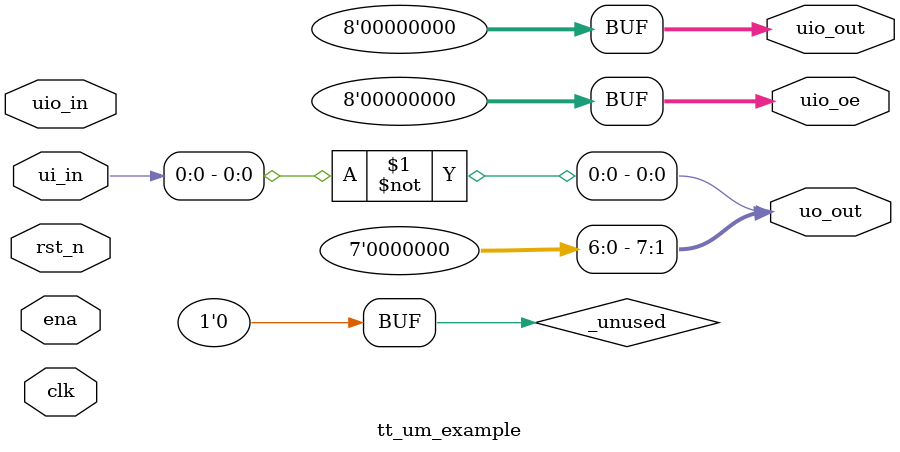
<source format=v>
/*
 * Copyright (c) 2024 Your Name
 * SPDX-License-Identifier: Apache-2.0
 */

`default_nettype none

module tt_um_example (
    input  wire [7:0] ui_in,    // Dedicated inputs
    output wire [7:0] uo_out,   // Dedicated outputs
    input  wire [7:0] uio_in,   // IOs: Input path
    output wire [7:0] uio_out,  // IOs: Output path
    output wire [7:0] uio_oe,   // IOs: Enable path (active high: 0=input, 1=output)
    input  wire       ena,      // always 1 when the design is powered, so you can ignore it
    input  wire       clk,      // clock
    input  wire       rst_n     // reset_n - low to reset
);

  // All output pins must be assigned. If not used, assign to 0.
    assign uo_out[0]  = ~ui_in[0];// + uio_in;  // Example: ou_out is the sum of ui_in and uio_in
    assign uo_out[7:1] = 7'b0000000;
    assign uio_out = 0;
  assign uio_oe  = 0;

  // List all unused inputs to prevent warnings
  wire _unused = &{ena, clk, rst_n, 1'b0};

endmodule

</source>
